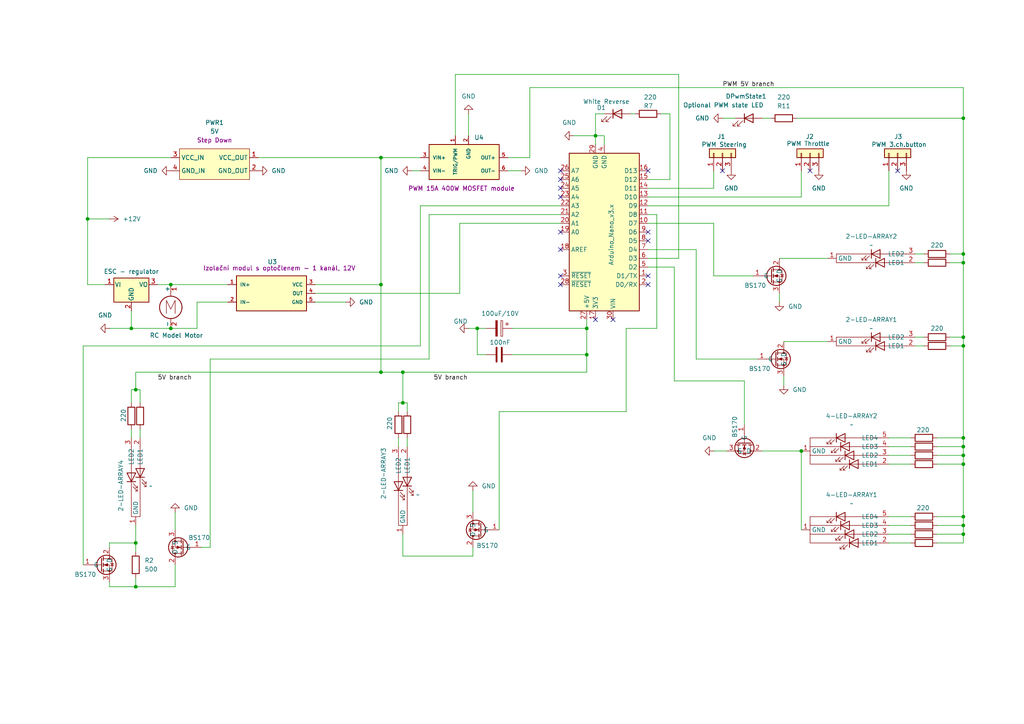
<source format=kicad_sch>
(kicad_sch (version 20231120) (generator "eeschema") (generator_version "8.0")
  (paper "A4")
  (lib_symbols
    (symbol "2xLed_XH-3A_2"
      (property "Reference" "D" (at -2.286 5.334 0))
      (property "Description" "2x LED Array" (at 5.588 5.334 0))
      (symbol "2xLed_XH-3A_2_0_1"
        (polyline (pts (xy 1.7945 1.7698) (xy 3.0645 3.0398)))
        (polyline (pts (xy 2.7332 1.7449) (xy 4.0032 3.0149)))
        (polyline (pts (xy 3.0645 -0.7702) (xy 4.3345 0.4998)))
        (polyline (pts (xy 3.0645 3.0398) (xy 2.5123 3.0399)))
        (polyline (pts (xy 3.0645 3.0398) (xy 3.0644 2.4325)))
        (polyline (pts (xy 4.0032 -0.7951) (xy 5.2732 0.4749)))
        (polyline (pts (xy 4.0032 3.0149) (xy 3.451 3.015)))
        (polyline (pts (xy 4.0032 3.0149) (xy 4.0031 2.4076)))
        (polyline (pts (xy 4.3345 0.4998) (xy 3.7823 0.4999)))
        (polyline (pts (xy 4.3345 0.4998) (xy 4.3344 -0.1075)))
        (polyline (pts (xy 5.2732 0.4749) (xy 4.721 0.475)))
        (polyline (pts (xy 5.2732 0.4749) (xy 5.2731 -0.1324)))
        (polyline (pts (xy -7.62 1.27) (xy 12.7 1.27) (xy 12.7 -1.27) (xy -7.62 -1.27)))
      )
      (symbol "2xLed_XH-3A_2_1_1"
        (polyline (pts (xy 1.27 2.54) (xy 1.27 0)) (stroke (width 0.2286)))
        (polyline (pts (xy 2.54 0) (xy 2.54 -2.54)) (stroke (width 0.2286)))
        (polyline (pts (xy -1.27 2.54) (xy -1.27 0) (xy 1.27 1.27) (xy -1.27 2.54)) (stroke (width 0.2286)))
        (polyline (pts (xy 0 0) (xy 0 -2.54) (xy 2.54 -1.27) (xy 0 0)) (stroke (width 0.2286)))
        (pin power_in line (at 15.24 0 180) (length 2.54) (name "GND") (number "1"))
        (pin input line (at -10.16 1.27 0) (length 2.54) (name "LED1") (number "2"))
        (pin input line (at -10.16 -1.27 0) (length 2.54) (name "LED2") (number "3"))
      )
    )
    (symbol "2xLed_XH-3A_3"
      (property "Reference" "D" (at -2.286 5.334 0))
      (property "Description" "2x LED Array" (at 5.588 5.334 0))
      (symbol "2xLed_XH-3A_3_0_1"
        (polyline (pts (xy 1.7945 1.7698) (xy 3.0645 3.0398)))
        (polyline (pts (xy 2.7332 1.7449) (xy 4.0032 3.0149)))
        (polyline (pts (xy 3.0645 -0.7702) (xy 4.3345 0.4998)))
        (polyline (pts (xy 3.0645 3.0398) (xy 2.5123 3.0399)))
        (polyline (pts (xy 3.0645 3.0398) (xy 3.0644 2.4325)))
        (polyline (pts (xy 4.0032 -0.7951) (xy 5.2732 0.4749)))
        (polyline (pts (xy 4.0032 3.0149) (xy 3.451 3.015)))
        (polyline (pts (xy 4.0032 3.0149) (xy 4.0031 2.4076)))
        (polyline (pts (xy 4.3345 0.4998) (xy 3.7823 0.4999)))
        (polyline (pts (xy 4.3345 0.4998) (xy 4.3344 -0.1075)))
        (polyline (pts (xy 5.2732 0.4749) (xy 4.721 0.475)))
        (polyline (pts (xy 5.2732 0.4749) (xy 5.2731 -0.1324)))
        (polyline (pts (xy -7.62 1.27) (xy 12.7 1.27) (xy 12.7 -1.27) (xy -7.62 -1.27)))
      )
      (symbol "2xLed_XH-3A_3_1_1"
        (polyline (pts (xy 1.27 2.54) (xy 1.27 0)) (stroke (width 0.2286)))
        (polyline (pts (xy 2.54 0) (xy 2.54 -2.54)) (stroke (width 0.2286)))
        (polyline (pts (xy -1.27 2.54) (xy -1.27 0) (xy 1.27 1.27) (xy -1.27 2.54)) (stroke (width 0.2286)))
        (polyline (pts (xy 0 0) (xy 0 -2.54) (xy 2.54 -1.27) (xy 0 0)) (stroke (width 0.2286)))
        (pin power_in line (at 15.24 0 180) (length 2.54) (name "GND") (number "1"))
        (pin input line (at -10.16 1.27 0) (length 2.54) (name "LED1") (number "2"))
        (pin input line (at -10.16 -1.27 0) (length 2.54) (name "LED2") (number "3"))
      )
    )
    (symbol "4xLed_XH-5A_1"
      (property "Reference" "D" (at 8.382 -1.016 0))
      (property "Description" "4x LED Array" (at 16.002 -1.016 0))
      (symbol "4xLed_XH-5A_1_0_1"
        (polyline (pts (xy 2.54 -8.89) (xy 22.86 -8.89)))
        (polyline (pts (xy 2.54 -6.35) (xy 22.86 -6.35)))
        (polyline (pts (xy 11.9545 -3.3102) (xy 13.2245 -2.0402)))
        (polyline (pts (xy 12.8932 -3.3351) (xy 14.1632 -2.0651)))
        (polyline (pts (xy 13.2245 -5.8502) (xy 14.4945 -4.5802)))
        (polyline (pts (xy 13.2245 -2.0402) (xy 12.6723 -2.0401)))
        (polyline (pts (xy 13.2245 -2.0402) (xy 13.2244 -2.6475)))
        (polyline (pts (xy 14.1632 -5.8751) (xy 15.4332 -4.6051)))
        (polyline (pts (xy 14.1632 -2.0651) (xy 13.611 -2.065)))
        (polyline (pts (xy 14.1632 -2.0651) (xy 14.1631 -2.6724)))
        (polyline (pts (xy 14.4945 -8.3902) (xy 15.7645 -7.1202)))
        (polyline (pts (xy 14.4945 -4.5802) (xy 13.9423 -4.5801)))
        (polyline (pts (xy 14.4945 -4.5802) (xy 14.4944 -5.1875)))
        (polyline (pts (xy 15.4332 -8.4151) (xy 16.7032 -7.1451)))
        (polyline (pts (xy 15.4332 -4.6051) (xy 14.881 -4.605)))
        (polyline (pts (xy 15.4332 -4.6051) (xy 15.4331 -5.2124)))
        (polyline (pts (xy 15.7645 -10.9302) (xy 17.0345 -9.6602)))
        (polyline (pts (xy 15.7645 -7.1202) (xy 15.2123 -7.1201)))
        (polyline (pts (xy 15.7645 -7.1202) (xy 15.7644 -7.7275)))
        (polyline (pts (xy 16.7032 -10.9551) (xy 17.9732 -9.6851)))
        (polyline (pts (xy 16.7032 -7.1451) (xy 16.151 -7.145)))
        (polyline (pts (xy 16.7032 -7.1451) (xy 16.7031 -7.7524)))
        (polyline (pts (xy 17.0345 -9.6602) (xy 16.4823 -9.6601)))
        (polyline (pts (xy 17.0345 -9.6602) (xy 17.0344 -10.2675)))
        (polyline (pts (xy 17.9732 -9.6851) (xy 17.421 -9.685)))
        (polyline (pts (xy 17.9732 -9.6851) (xy 17.9731 -10.2924)))
        (polyline (pts (xy 2.54 -3.81) (xy 22.86 -3.81) (xy 22.86 -11.43) (xy 2.54 -11.43)))
      )
      (symbol "4xLed_XH-5A_1_1_1"
        (polyline (pts (xy 11.43 -2.54) (xy 11.43 -5.08)) (stroke (width 0.2286)))
        (polyline (pts (xy 12.7 -5.08) (xy 12.7 -7.62)) (stroke (width 0.2286)))
        (polyline (pts (xy 13.97 -7.62) (xy 13.97 -10.16)) (stroke (width 0.2286)))
        (polyline (pts (xy 15.24 -10.16) (xy 15.24 -12.7)) (stroke (width 0.2286)))
        (polyline (pts (xy 8.89 -2.54) (xy 8.89 -5.08) (xy 11.43 -3.81) (xy 8.89 -2.54)) (stroke (width 0.2286)))
        (polyline (pts (xy 10.16 -5.08) (xy 10.16 -7.62) (xy 12.7 -6.35) (xy 10.16 -5.08)) (stroke (width 0.2286)))
        (polyline (pts (xy 11.43 -7.62) (xy 11.43 -10.16) (xy 13.97 -8.89) (xy 11.43 -7.62)) (stroke (width 0.2286)))
        (polyline (pts (xy 12.7 -10.16) (xy 12.7 -12.7) (xy 15.24 -11.43) (xy 12.7 -10.16)) (stroke (width 0.2286)))
        (pin power_in line (at 25.4 -7.62 180) (length 2.54) (name "GND") (number "1"))
        (pin input line (at 0 -3.81 0) (length 2.54) (name "LED1") (number "2"))
        (pin input line (at 0 -6.35 0) (length 2.54) (name "LED2") (number "3"))
        (pin input line (at 0 -8.89 0) (length 2.54) (name "LED3") (number "4"))
        (pin input line (at 0 -11.43 0) (length 2.54) (name "LED4") (number "5"))
      )
    )
    (symbol "Connector_Generic:Conn_01x03" (pin_names (offset 1.016) hide)
      (property "Reference" "J" (at 0 5.08 0))
      (property "Value" "Conn_01x03" (at 0 -5.08 0))
      (symbol "Conn_01x03_1_1"
        (rectangle (start -1.27 -2.413) (end 0 -2.667) (stroke (width 0.1524)))
        (rectangle (start -1.27 0.127) (end 0 -0.127) (stroke (width 0.1524)))
        (rectangle (start -1.27 2.667) (end 0 2.413) (stroke (width 0.1524)))
        (rectangle (start -1.27 3.81) (end 1.27 -3.81) (stroke (width 0.254)) (fill (type background)))
        (pin passive line (at -5.08 2.54 0) (length 3.81) (name "Pin_1") (number "1"))
        (pin passive line (at -5.08 0 0) (length 3.81) (name "Pin_2") (number "2"))
        (pin passive line (at -5.08 -2.54 0) (length 3.81) (name "Pin_3") (number "3"))
      )
    )
    (symbol "Device:C" (pin_numbers hide) (pin_names (offset 0.254))
      (property "Reference" "C" (at 0.635 2.54 0))
      (property "Value" "C" (at 0.635 -2.54 0))
      (symbol "C_0_1"
        (polyline (pts (xy -2.032 -0.762) (xy 2.032 -0.762)) (stroke (width 0.508)))
        (polyline (pts (xy -2.032 0.762) (xy 2.032 0.762)) (stroke (width 0.508)))
      )
      (symbol "C_1_1"
        (pin passive line (at 0 3.81 270) (length 2.794) (name "~") (number "1"))
        (pin passive line (at 0 -3.81 90) (length 2.794) (name "~") (number "2"))
      )
    )
    (symbol "Device:C_Polarized" (pin_numbers hide) (pin_names (offset 0.254))
      (property "Reference" "C" (at 0.635 2.54 0))
      (property "Value" "C_Polarized" (at 0.635 -2.54 0))
      (symbol "C_Polarized_0_1"
        (rectangle (start -2.286 0.508) (end 2.286 1.016))
        (polyline (pts (xy -1.778 2.286) (xy -0.762 2.286)))
        (polyline (pts (xy -1.27 2.794) (xy -1.27 1.778)))
        (rectangle (start 2.286 -0.508) (end -2.286 -1.016) (fill (type outline)))
      )
      (symbol "C_Polarized_1_1"
        (pin passive line (at 0 3.81 270) (length 2.794) (name "~") (number "1"))
        (pin passive line (at 0 -3.81 90) (length 2.794) (name "~") (number "2"))
      )
    )
    (symbol "Device:LED" (pin_numbers hide) (pin_names (offset 1.016) hide)
      (property "Reference" "D" (at 0 2.54 0))
      (property "Value" "LED" (at 0 -2.54 0))
      (symbol "LED_0_1"
        (polyline (pts (xy -1.27 -1.27) (xy -1.27 1.27)) (stroke (width 0.254)))
        (polyline (pts (xy -1.27 0) (xy 1.27 0)))
        (polyline (pts (xy 1.27 -1.27) (xy 1.27 1.27) (xy -1.27 0) (xy 1.27 -1.27)) (stroke (width 0.254)))
        (polyline (pts (xy -3.048 -0.762) (xy -4.572 -2.286) (xy -3.81 -2.286) (xy -4.572 -2.286) (xy -4.572 -1.524)))
        (polyline (pts (xy -1.778 -0.762) (xy -3.302 -2.286) (xy -2.54 -2.286) (xy -3.302 -2.286) (xy -3.302 -1.524)))
      )
      (symbol "LED_1_1"
        (pin passive line (at -3.81 0 0) (length 2.54) (name "K") (number "1"))
        (pin passive line (at 3.81 0 180) (length 2.54) (name "A") (number "2"))
      )
    )
    (symbol "Device:R" (pin_numbers hide) (pin_names (offset 0))
      (property "Reference" "R" (at 2.032 0 90))
      (property "Value" "R" (at 0 0 90))
      (symbol "R_0_1"
        (rectangle (start -1.016 -2.54) (end 1.016 2.54) (stroke (width 0.254)))
      )
      (symbol "R_1_1"
        (pin passive line (at 0 3.81 270) (length 1.27) (name "~") (number "1"))
        (pin passive line (at 0 -3.81 90) (length 1.27) (name "~") (number "2"))
      )
    )
    (symbol "MCU_Module:Arduino_Nano_v3.x"
      (property "Reference" "A" (at -10.16 23.495 0))
      (property "Value" "Arduino_Nano_v3.x" (at 5.08 -24.13 0))
      (symbol "Arduino_Nano_v3.x_0_1"
        (rectangle (start -10.16 22.86) (end 10.16 -22.86) (stroke (width 0.254)) (fill (type background)))
      )
      (symbol "Arduino_Nano_v3.x_1_1"
        (pin bidirectional line (at -12.7 12.7 0) (length 2.54) (name "D1/TX") (number "1"))
        (pin bidirectional line (at -12.7 -2.54 0) (length 2.54) (name "D7") (number "10"))
        (pin bidirectional line (at -12.7 -5.08 0) (length 2.54) (name "D8") (number "11"))
        (pin bidirectional line (at -12.7 -7.62 0) (length 2.54) (name "D9") (number "12"))
        (pin bidirectional line (at -12.7 -10.16 0) (length 2.54) (name "D10") (number "13"))
        (pin bidirectional line (at -12.7 -12.7 0) (length 2.54) (name "D11") (number "14"))
        (pin bidirectional line (at -12.7 -15.24 0) (length 2.54) (name "D12") (number "15"))
        (pin bidirectional line (at -12.7 -17.78 0) (length 2.54) (name "D13") (number "16"))
        (pin power_out line (at 2.54 25.4 270) (length 2.54) (name "3V3") (number "17"))
        (pin input line (at 12.7 5.08 180) (length 2.54) (name "AREF") (number "18"))
        (pin bidirectional line (at 12.7 0 180) (length 2.54) (name "A0") (number "19"))
        (pin bidirectional line (at -12.7 15.24 0) (length 2.54) (name "D0/RX") (number "2"))
        (pin bidirectional line (at 12.7 -2.54 180) (length 2.54) (name "A1") (number "20"))
        (pin bidirectional line (at 12.7 -5.08 180) (length 2.54) (name "A2") (number "21"))
        (pin bidirectional line (at 12.7 -7.62 180) (length 2.54) (name "A3") (number "22"))
        (pin bidirectional line (at 12.7 -10.16 180) (length 2.54) (name "A4") (number "23"))
        (pin bidirectional line (at 12.7 -12.7 180) (length 2.54) (name "A5") (number "24"))
        (pin bidirectional line (at 12.7 -15.24 180) (length 2.54) (name "A6") (number "25"))
        (pin bidirectional line (at 12.7 -17.78 180) (length 2.54) (name "A7") (number "26"))
        (pin power_out line (at 5.08 25.4 270) (length 2.54) (name "+5V") (number "27"))
        (pin input line (at 12.7 15.24 180) (length 2.54) (name "~{RESET}") (number "28"))
        (pin power_in line (at 2.54 -25.4 90) (length 2.54) (name "GND") (number "29"))
        (pin input line (at 12.7 12.7 180) (length 2.54) (name "~{RESET}") (number "3"))
        (pin power_in line (at -2.54 25.4 270) (length 2.54) (name "VIN") (number "30"))
        (pin power_in line (at 0 -25.4 90) (length 2.54) (name "GND") (number "4"))
        (pin bidirectional line (at -12.7 10.16 0) (length 2.54) (name "D2") (number "5"))
        (pin bidirectional line (at -12.7 7.62 0) (length 2.54) (name "D3") (number "6"))
        (pin bidirectional line (at -12.7 5.08 0) (length 2.54) (name "D4") (number "7"))
        (pin bidirectional line (at -12.7 2.54 0) (length 2.54) (name "D5") (number "8"))
        (pin bidirectional line (at -12.7 0 0) (length 2.54) (name "D6") (number "9"))
      )
    )
    (symbol "Motor:Motor_DC" (pin_names (offset 0))
      (property "Reference" "M" (at 2.54 2.54 0))
      (property "Value" "Motor_DC" (at 2.54 -5.08 0))
      (symbol "Motor_DC_0_0"
        (polyline (pts (xy -1.27 -3.302) (xy -1.27 0.508) (xy 0 -2.032) (xy 1.27 0.508) (xy 1.27 -3.302)))
      )
      (symbol "Motor_DC_0_1"
        (circle (center 0 -1.524) (radius 3.2512) (stroke (width 0.254)))
        (polyline (pts (xy 0 -7.62) (xy 0 -7.112)))
        (polyline (pts (xy 0 -4.7752) (xy 0 -5.1816)))
        (polyline (pts (xy 0 1.7272) (xy 0 2.0828)))
        (polyline (pts (xy 0 2.032) (xy 0 2.54)))
      )
      (symbol "Motor_DC_1_1"
        (pin passive line (at 0 5.08 270) (length 2.54) (name "+") (number "1"))
        (pin passive line (at 0 -7.62 90) (length 2.54) (name "-") (number "2"))
      )
    )
    (symbol "Regulator_Linear:LM2936-3.0" (pin_names (offset 0.254))
      (property "Reference" "U" (at -3.81 3.175 0))
      (property "Value" "LM2936-3.0" (at 0 3.175 0))
      (symbol "LM2936-3.0_0_1"
        (rectangle (start -5.08 1.905) (end 5.08 -5.08) (stroke (width 0.254)) (fill (type background)))
      )
      (symbol "LM2936-3.0_1_1"
        (pin power_in line (at -7.62 0 0) (length 2.54) (name "VI") (number "1"))
        (pin power_in line (at 0 -7.62 90) (length 2.54) (name "GND") (number "2"))
        (pin power_out line (at 7.62 0 180) (length 2.54) (name "VO") (number "3"))
      )
    )
    (symbol "T815-DKR-86:2xLed_XH-3A"
      (property "Reference" "D" (at -2.286 5.334 0))
      (property "Description" "2x LED Array" (at 5.588 5.334 0))
      (symbol "2xLed_XH-3A_0_1"
        (polyline (pts (xy 1.7945 1.7698) (xy 3.0645 3.0398)))
        (polyline (pts (xy 2.7332 1.7449) (xy 4.0032 3.0149)))
        (polyline (pts (xy 3.0645 -0.7702) (xy 4.3345 0.4998)))
        (polyline (pts (xy 3.0645 3.0398) (xy 2.5123 3.0399)))
        (polyline (pts (xy 3.0645 3.0398) (xy 3.0644 2.4325)))
        (polyline (pts (xy 4.0032 -0.7951) (xy 5.2732 0.4749)))
        (polyline (pts (xy 4.0032 3.0149) (xy 3.451 3.015)))
        (polyline (pts (xy 4.0032 3.0149) (xy 4.0031 2.4076)))
        (polyline (pts (xy 4.3345 0.4998) (xy 3.7823 0.4999)))
        (polyline (pts (xy 4.3345 0.4998) (xy 4.3344 -0.1075)))
        (polyline (pts (xy 5.2732 0.4749) (xy 4.721 0.475)))
        (polyline (pts (xy 5.2732 0.4749) (xy 5.2731 -0.1324)))
        (polyline (pts (xy -7.62 1.27) (xy 12.7 1.27) (xy 12.7 -1.27) (xy -7.62 -1.27)))
      )
      (symbol "2xLed_XH-3A_1_1"
        (polyline (pts (xy 1.27 2.54) (xy 1.27 0)) (stroke (width 0.2286)))
        (polyline (pts (xy 2.54 0) (xy 2.54 -2.54)) (stroke (width 0.2286)))
        (polyline (pts (xy -1.27 2.54) (xy -1.27 0) (xy 1.27 1.27) (xy -1.27 2.54)) (stroke (width 0.2286)))
        (polyline (pts (xy 0 0) (xy 0 -2.54) (xy 2.54 -1.27) (xy 0 0)) (stroke (width 0.2286)))
        (pin power_in line (at 15.24 0 180) (length 2.54) (name "GND") (number "1"))
        (pin input line (at -10.16 1.27 0) (length 2.54) (name "LED1") (number "2"))
        (pin input line (at -10.16 -1.27 0) (length 2.54) (name "LED2") (number "3"))
      )
    )
    (symbol "T815-DKR-86:4xLed_XH-5A"
      (property "Reference" "D" (at 8.382 -1.016 0))
      (property "Description" "4x LED Array" (at 16.002 -1.016 0))
      (symbol "4xLed_XH-5A_0_1"
        (polyline (pts (xy 2.54 -8.89) (xy 22.86 -8.89)))
        (polyline (pts (xy 2.54 -6.35) (xy 22.86 -6.35)))
        (polyline (pts (xy 11.9545 -3.3102) (xy 13.2245 -2.0402)))
        (polyline (pts (xy 12.8932 -3.3351) (xy 14.1632 -2.0651)))
        (polyline (pts (xy 13.2245 -5.8502) (xy 14.4945 -4.5802)))
        (polyline (pts (xy 13.2245 -2.0402) (xy 12.6723 -2.0401)))
        (polyline (pts (xy 13.2245 -2.0402) (xy 13.2244 -2.6475)))
        (polyline (pts (xy 14.1632 -5.8751) (xy 15.4332 -4.6051)))
        (polyline (pts (xy 14.1632 -2.0651) (xy 13.611 -2.065)))
        (polyline (pts (xy 14.1632 -2.0651) (xy 14.1631 -2.6724)))
        (polyline (pts (xy 14.4945 -8.3902) (xy 15.7645 -7.1202)))
        (polyline (pts (xy 14.4945 -4.5802) (xy 13.9423 -4.5801)))
        (polyline (pts (xy 14.4945 -4.5802) (xy 14.4944 -5.1875)))
        (polyline (pts (xy 15.4332 -8.4151) (xy 16.7032 -7.1451)))
        (polyline (pts (xy 15.4332 -4.6051) (xy 14.881 -4.605)))
        (polyline (pts (xy 15.4332 -4.6051) (xy 15.4331 -5.2124)))
        (polyline (pts (xy 15.7645 -10.9302) (xy 17.0345 -9.6602)))
        (polyline (pts (xy 15.7645 -7.1202) (xy 15.2123 -7.1201)))
        (polyline (pts (xy 15.7645 -7.1202) (xy 15.7644 -7.7275)))
        (polyline (pts (xy 16.7032 -10.9551) (xy 17.9732 -9.6851)))
        (polyline (pts (xy 16.7032 -7.1451) (xy 16.151 -7.145)))
        (polyline (pts (xy 16.7032 -7.1451) (xy 16.7031 -7.7524)))
        (polyline (pts (xy 17.0345 -9.6602) (xy 16.4823 -9.6601)))
        (polyline (pts (xy 17.0345 -9.6602) (xy 17.0344 -10.2675)))
        (polyline (pts (xy 17.9732 -9.6851) (xy 17.421 -9.685)))
        (polyline (pts (xy 17.9732 -9.6851) (xy 17.9731 -10.2924)))
        (polyline (pts (xy 2.54 -3.81) (xy 22.86 -3.81) (xy 22.86 -11.43) (xy 2.54 -11.43)))
      )
      (symbol "4xLed_XH-5A_1_1"
        (polyline (pts (xy 11.43 -2.54) (xy 11.43 -5.08)) (stroke (width 0.2286)))
        (polyline (pts (xy 12.7 -5.08) (xy 12.7 -7.62)) (stroke (width 0.2286)))
        (polyline (pts (xy 13.97 -7.62) (xy 13.97 -10.16)) (stroke (width 0.2286)))
        (polyline (pts (xy 15.24 -10.16) (xy 15.24 -12.7)) (stroke (width 0.2286)))
        (polyline (pts (xy 8.89 -2.54) (xy 8.89 -5.08) (xy 11.43 -3.81) (xy 8.89 -2.54)) (stroke (width 0.2286)))
        (polyline (pts (xy 10.16 -5.08) (xy 10.16 -7.62) (xy 12.7 -6.35) (xy 10.16 -5.08)) (stroke (width 0.2286)))
        (polyline (pts (xy 11.43 -7.62) (xy 11.43 -10.16) (xy 13.97 -8.89) (xy 11.43 -7.62)) (stroke (width 0.2286)))
        (polyline (pts (xy 12.7 -10.16) (xy 12.7 -12.7) (xy 15.24 -11.43) (xy 12.7 -10.16)) (stroke (width 0.2286)))
        (pin power_in line (at 25.4 -7.62 180) (length 2.54) (name "GND") (number "1"))
        (pin input line (at 0 -3.81 0) (length 2.54) (name "LED1") (number "2"))
        (pin input line (at 0 -6.35 0) (length 2.54) (name "LED2") (number "3"))
        (pin input line (at 0 -8.89 0) (length 2.54) (name "LED3") (number "4"))
        (pin input line (at 0 -11.43 0) (length 2.54) (name "LED4") (number "5"))
      )
    )
    (symbol "T815-DKR-86:Optocoupler_Module" (pin_names (offset 1.016))
      (property "Reference" "OC" (at -7.112 12.446 0))
      (property "Description" "Izolační modul s optočlenem - 1 kanál, 12V" (at 2.54 8.89 0))
      (symbol "Optocoupler_Module_0_0"
        (rectangle (start -10.16 5.08) (end 10.16 -5.08) (stroke (width 0.254)) (fill (type background)))
        (pin input line (at -12.7 2.54 0) (length 2.54) (name "IN+") (number "1"))
        (pin input line (at -12.7 -2.54 0) (length 2.54) (name "IN-") (number "2"))
      )
      (symbol "Optocoupler_Module_1_0"
        (pin power_out line (at 12.7 2.54 180) (length 2.54) (name "VCC") (number "3"))
        (pin power_out line (at 12.7 0 180) (length 2.54) (name "OUT") (number "4"))
        (pin power_out line (at 12.7 -2.54 180) (length 2.54) (name "GND") (number "5"))
      )
    )
    (symbol "T815-DKR-86:PWM_MOSFET_Module" (pin_names (offset 1.016))
      (property "Reference" "Q" (at -8.128 18.288 0))
      (property "Description" "PWM 15A 400W MOSFET module" (at -0.254 14.732 0))
      (symbol "PWM_MOSFET_Module_0_0"
        (rectangle (start -10.16 3.81) (end 10.16 -6.35) (stroke (width 0.254)) (fill (type background)))
        (pin input line (at -2.54 6.35 270) (length 2.54) (name "TRIG/PWM") (number "1"))
        (pin power_in line (at 1.27 6.35 270) (length 2.54) (name "GND") (number "2"))
        (pin power_in line (at -12.7 0 0) (length 2.54) (name "VIN+") (number "3"))
        (pin power_in line (at -12.7 -3.81 0) (length 2.54) (name "VIN-") (number "4"))
        (pin power_out line (at 12.7 -3.81 180) (length 2.54) (name "OUT-") (number "6"))
      )
      (symbol "PWM_MOSFET_Module_1_0"
        (pin power_out line (at 12.7 0 180) (length 2.54) (name "OUT+") (number "5"))
      )
    )
    (symbol "T815-DKR-86:Step_Down"
      (property "Reference" "U" (at -4.064 9.398 0))
      (property "Value" "12V to 5V" (at 2.54 9.398 0))
      (property "Description" "Step Down" (at 0 6.096 0))
      (symbol "Step_Down_1_1"
        (rectangle (start -10.16 3.81) (end 10.16 -5.08) (fill (type background)))
        (pin power_in line (at 12.7 1.27 180) (length 2.54) (name "VCC_OUT") (number "1"))
        (pin power_in line (at 12.7 -2.54 180) (length 2.54) (name "GND_OUT") (number "2"))
        (pin power_in line (at -12.7 1.27 0) (length 2.54) (name "VCC_IN") (number "3"))
        (pin power_in line (at -12.7 -2.54 0) (length 2.54) (name "GND_IN") (number "4"))
      )
    )
    (symbol "Transistor_FET:IRLZ44N"
      (property "Reference" "Q" (at 5.08 1.905 0))
      (property "Value" "IRLZ44N" (at 5.08 0 0))
      (symbol "IRLZ44N_0_1"
        (polyline (pts (xy 0.254 0) (xy -2.54 0)))
        (polyline (pts (xy 0.254 1.905) (xy 0.254 -1.905)) (stroke (width 0.254)))
        (polyline (pts (xy 0.762 -1.27) (xy 0.762 -2.286)) (stroke (width 0.254)))
        (polyline (pts (xy 0.762 0.508) (xy 0.762 -0.508)) (stroke (width 0.254)))
        (polyline (pts (xy 0.762 2.286) (xy 0.762 1.27)) (stroke (width 0.254)))
        (polyline (pts (xy 2.54 2.54) (xy 2.54 1.778)))
        (polyline (pts (xy 2.54 -2.54) (xy 2.54 0) (xy 0.762 0)))
        (polyline (pts (xy 0.762 -1.778) (xy 3.302 -1.778) (xy 3.302 1.778) (xy 0.762 1.778)))
        (polyline (pts (xy 1.016 0) (xy 2.032 0.381) (xy 2.032 -0.381) (xy 1.016 0)) (fill (type outline)))
        (polyline (pts (xy 2.794 0.508) (xy 2.921 0.381) (xy 3.683 0.381) (xy 3.81 0.254)))
        (polyline (pts (xy 3.302 0.381) (xy 2.921 -0.254) (xy 3.683 -0.254) (xy 3.302 0.381)))
        (circle (center 1.651 0) (radius 2.794) (stroke (width 0.254)))
        (circle (center 2.54 -1.778) (radius 0.254) (fill (type outline)))
        (circle (center 2.54 1.778) (radius 0.254) (fill (type outline)))
      )
      (symbol "IRLZ44N_1_1"
        (pin input line (at -5.08 0 0) (length 2.54) (name "G") (number "1"))
        (pin passive line (at 2.54 5.08 270) (length 2.54) (name "D") (number "2"))
        (pin passive line (at 2.54 -5.08 90) (length 2.54) (name "S") (number "3"))
      )
    )
    (symbol "power:+12V" (power) (pin_numbers hide) (pin_names (offset 0) hide)
      (property "Value" "+12V" (at 0 3.556 0))
      (symbol "+12V_0_1"
        (polyline (pts (xy -0.762 1.27) (xy 0 2.54)))
        (polyline (pts (xy 0 0) (xy 0 2.54)))
        (polyline (pts (xy 0 2.54) (xy 0.762 1.27)))
      )
      (symbol "+12V_1_1"
        (pin power_in line (at 0 0 90) (length 0) (name "~") (number "1"))
      )
    )
    (symbol "power:GND" (power) (pin_numbers hide) (pin_names (offset 0) hide)
      (property "Value" "GND" (at 0 -3.81 0))
      (symbol "GND_0_1"
        (polyline (pts (xy 0 0) (xy 0 -1.27) (xy 1.27 -1.27) (xy 0 -2.54) (xy -1.27 -1.27) (xy 0 -1.27)))
      )
      (symbol "GND_1_1"
        (pin power_in line (at 0 0 270) (length 0) (name "~") (number "1"))
      )
    )
  )
  (junction (at 279.4 97.79))
  (junction (at 39.37 170.18))
  (junction (at 279.4 127))
  (junction (at 110.49 107.95))
  (junction (at 138.43 95.25))
  (junction (at 110.49 45.72))
  (junction (at 279.4 154.94))
  (junction (at 279.4 134.62))
  (junction (at 170.18 95.25))
  (junction (at 232.41 130.81))
  (junction (at 116.84 107.95))
  (junction (at 279.4 76.2))
  (junction (at 110.49 82.55))
  (junction (at 279.4 149.86))
  (junction (at 49.53 82.55))
  (junction (at 172.72 39.37))
  (junction (at 39.37 113.03))
  (junction (at 170.18 102.87))
  (junction (at 279.4 152.4))
  (junction (at 38.1 95.25))
  (junction (at 279.4 132.08))
  (junction (at 49.53 95.25))
  (junction (at 279.4 34.29))
  (junction (at 39.37 157.48))
  (junction (at 279.4 100.33))
  (junction (at 279.4 73.66))
  (junction (at 116.84 116.84))
  (junction (at 25.4 63.5))
  (junction (at 279.4 129.54))
  (no_connect (at 234.95 49.53))
  (no_connect (at 162.56 49.53))
  (no_connect (at 162.56 52.07))
  (no_connect (at 162.56 72.39))
  (no_connect (at 260.35 49.53))
  (no_connect (at 187.96 49.53))
  (no_connect (at 162.56 67.31))
  (no_connect (at 162.56 54.61))
  (no_connect (at 162.56 80.01))
  (no_connect (at 187.96 80.01))
  (no_connect (at 187.96 82.55))
  (no_connect (at 209.55 49.53))
  (no_connect (at 187.96 67.31))
  (no_connect (at 162.56 57.15))
  (no_connect (at 177.8 92.71))
  (no_connect (at 162.56 82.55))
  (no_connect (at 172.72 92.71))
  (no_connect (at 187.96 69.85))
  (wire (pts (xy 184.15 33.02) (xy 182.88 33.02)))
  (wire (pts (xy 275.59 97.79) (xy 279.4 97.79)))
  (wire (pts (xy 271.78 129.54) (xy 279.4 129.54)))
  (wire (pts (xy 279.4 73.66) (xy 279.4 76.2)))
  (wire (pts (xy 31.75 63.5) (xy 25.4 63.5)))
  (wire (pts (xy 271.78 127) (xy 279.4 127)))
  (wire (pts (xy 196.85 74.93) (xy 196.85 21.59)))
  (wire (pts (xy 115.57 119.38) (xy 115.57 116.84)))
  (wire (pts (xy 271.78 149.86) (xy 279.4 149.86)))
  (wire (pts (xy 39.37 167.64) (xy 39.37 170.18)))
  (wire (pts (xy 187.96 57.15) (xy 232.41 57.15)))
  (wire (pts (xy 66.04 87.63) (xy 57.15 87.63)))
  (wire (pts (xy 45.72 82.55) (xy 49.53 82.55)))
  (wire (pts (xy 265.43 76.2) (xy 267.97 76.2)))
  (wire (pts (xy 207.01 80.01) (xy 218.44 80.01)))
  (wire (pts (xy 110.49 107.95) (xy 116.84 107.95)))
  (wire (pts (xy 25.4 45.72) (xy 25.4 63.5)))
  (wire (pts (xy 118.11 116.84) (xy 116.84 116.84)))
  (wire (pts (xy 271.78 154.94) (xy 279.4 154.94)))
  (wire (pts (xy 172.72 39.37) (xy 172.72 41.91)))
  (wire (pts (xy 31.75 157.48) (xy 39.37 157.48)))
  (wire (pts (xy 137.16 158.75) (xy 137.16 161.29)))
  (wire (pts (xy 264.16 154.94) (xy 257.81 154.94)))
  (wire (pts (xy 110.49 82.55) (xy 110.49 107.95)))
  (wire (pts (xy 132.08 21.59) (xy 132.08 39.37)))
  (wire (pts (xy 187.96 77.47) (xy 195.58 77.47)))
  (wire (pts (xy 201.93 72.39) (xy 201.93 104.14)))
  (wire (pts (xy 166.37 39.37) (xy 172.72 39.37)))
  (wire (pts (xy 57.15 87.63) (xy 57.15 95.25)))
  (wire (pts (xy 226.06 85.09) (xy 226.06 87.63)))
  (wire (pts (xy 116.84 107.95) (xy 116.84 116.84)))
  (wire (pts (xy 271.78 152.4) (xy 279.4 152.4)))
  (wire (pts (xy 190.5 62.23) (xy 190.5 95.25)))
  (wire (pts (xy 279.4 127) (xy 279.4 129.54)))
  (wire (pts (xy 124.46 104.14) (xy 60.96 104.14)))
  (wire (pts (xy 40.64 113.03) (xy 40.64 116.84)))
  (wire (pts (xy 232.41 130.81) (xy 232.41 153.67)))
  (wire (pts (xy 39.37 157.48) (xy 39.37 160.02)))
  (wire (pts (xy 118.11 119.38) (xy 118.11 116.84)))
  (wire (pts (xy 279.4 25.4) (xy 279.4 34.29)))
  (wire (pts (xy 207.01 64.77) (xy 187.96 64.77)))
  (wire (pts (xy 201.93 104.14) (xy 219.71 104.14)))
  (wire (pts (xy 215.9 110.49) (xy 215.9 123.19)))
  (wire (pts (xy 135.89 39.37) (xy 135.89 33.02)))
  (wire (pts (xy 74.93 45.72) (xy 110.49 45.72)))
  (wire (pts (xy 137.16 142.24) (xy 137.16 148.59)))
  (wire (pts (xy 265.43 97.79) (xy 267.97 97.79)))
  (wire (pts (xy 227.33 109.22) (xy 227.33 111.76)))
  (wire (pts (xy 57.15 95.25) (xy 49.53 95.25)))
  (wire (pts (xy 144.78 119.38) (xy 144.78 153.67)))
  (wire (pts (xy 60.96 104.14) (xy 60.96 158.75)))
  (wire (pts (xy 265.43 73.66) (xy 267.97 73.66)))
  (wire (pts (xy 119.38 49.53) (xy 121.92 49.53)))
  (wire (pts (xy 264.16 134.62) (xy 257.81 134.62)))
  (wire (pts (xy 279.4 134.62) (xy 279.4 149.86)))
  (wire (pts (xy 31.75 168.91) (xy 31.75 170.18)))
  (wire (pts (xy 133.35 64.77) (xy 162.56 64.77)))
  (wire (pts (xy 110.49 45.72) (xy 121.92 45.72)))
  (wire (pts (xy 49.53 95.25) (xy 38.1 95.25)))
  (wire (pts (xy 60.96 158.75) (xy 58.42 158.75)))
  (wire (pts (xy 196.85 21.59) (xy 132.08 21.59)))
  (wire (pts (xy 194.31 33.02) (xy 191.77 33.02)))
  (wire (pts (xy 162.56 62.23) (xy 124.46 62.23)))
  (wire (pts (xy 31.75 170.18) (xy 39.37 170.18)))
  (wire (pts (xy 271.78 134.62) (xy 279.4 134.62)))
  (wire (pts (xy 279.4 34.29) (xy 279.4 73.66)))
  (wire (pts (xy 279.4 129.54) (xy 279.4 132.08)))
  (wire (pts (xy 187.96 54.61) (xy 207.01 54.61)))
  (wire (pts (xy 115.57 127) (xy 115.57 129.54)))
  (wire (pts (xy 187.96 59.69) (xy 257.81 59.69)))
  (wire (pts (xy 195.58 110.49) (xy 195.58 77.47)))
  (wire (pts (xy 39.37 113.03) (xy 40.64 113.03)))
  (wire (pts (xy 232.41 49.53) (xy 232.41 57.15)))
  (wire (pts (xy 227.33 99.06) (xy 240.03 99.06)))
  (wire (pts (xy 110.49 45.72) (xy 110.49 82.55)))
  (wire (pts (xy 148.59 102.87) (xy 170.18 102.87)))
  (wire (pts (xy 194.31 33.02) (xy 194.31 52.07)))
  (wire (pts (xy 264.16 149.86) (xy 257.81 149.86)))
  (wire (pts (xy 279.4 154.94) (xy 279.4 157.48)))
  (wire (pts (xy 223.52 34.29) (xy 220.98 34.29)))
  (wire (pts (xy 279.4 100.33) (xy 279.4 127)))
  (wire (pts (xy 215.9 110.49) (xy 195.58 110.49)))
  (wire (pts (xy 31.75 95.25) (xy 38.1 95.25)))
  (wire (pts (xy 147.32 49.53) (xy 151.13 49.53)))
  (wire (pts (xy 257.81 49.53) (xy 257.81 59.69)))
  (wire (pts (xy 124.46 62.23) (xy 124.46 104.14)))
  (wire (pts (xy 265.43 100.33) (xy 267.97 100.33)))
  (wire (pts (xy 91.44 85.09) (xy 133.35 85.09)))
  (wire (pts (xy 25.4 63.5) (xy 25.4 82.55)))
  (wire (pts (xy 116.84 107.95) (xy 170.18 107.95)))
  (wire (pts (xy 264.16 129.54) (xy 257.81 129.54)))
  (wire (pts (xy 172.72 39.37) (xy 175.26 39.37)))
  (wire (pts (xy 148.59 95.25) (xy 170.18 95.25)))
  (wire (pts (xy 137.16 161.29) (xy 116.84 161.29)))
  (wire (pts (xy 275.59 76.2) (xy 279.4 76.2)))
  (wire (pts (xy 91.44 87.63) (xy 100.33 87.63)))
  (wire (pts (xy 181.61 119.38) (xy 144.78 119.38)))
  (wire (pts (xy 264.16 152.4) (xy 257.81 152.4)))
  (wire (pts (xy 172.72 33.02) (xy 172.72 39.37)))
  (wire (pts (xy 275.59 73.66) (xy 279.4 73.66)))
  (wire (pts (xy 39.37 107.95) (xy 110.49 107.95)))
  (wire (pts (xy 50.8 148.59) (xy 50.8 153.67)))
  (wire (pts (xy 275.59 100.33) (xy 279.4 100.33)))
  (wire (pts (xy 24.13 100.33) (xy 24.13 163.83)))
  (wire (pts (xy 201.93 72.39) (xy 187.96 72.39)))
  (wire (pts (xy 170.18 95.25) (xy 170.18 102.87)))
  (wire (pts (xy 187.96 62.23) (xy 190.5 62.23)))
  (wire (pts (xy 264.16 157.48) (xy 257.81 157.48)))
  (wire (pts (xy 25.4 45.72) (xy 49.53 45.72)))
  (wire (pts (xy 175.26 41.91) (xy 175.26 39.37)))
  (wire (pts (xy 220.98 130.81) (xy 232.41 130.81)))
  (wire (pts (xy 170.18 92.71) (xy 170.18 95.25)))
  (wire (pts (xy 226.06 74.93) (xy 240.03 74.93)))
  (wire (pts (xy 135.89 95.25) (xy 138.43 95.25)))
  (wire (pts (xy 175.26 33.02) (xy 172.72 33.02)))
  (wire (pts (xy 50.8 163.83) (xy 50.8 170.18)))
  (wire (pts (xy 207.01 80.01) (xy 207.01 64.77)))
  (wire (pts (xy 38.1 116.84) (xy 38.1 113.03)))
  (wire (pts (xy 116.84 116.84) (xy 115.57 116.84)))
  (wire (pts (xy 38.1 90.17) (xy 38.1 95.25)))
  (wire (pts (xy 40.64 124.46) (xy 40.64 127)))
  (wire (pts (xy 24.13 100.33) (xy 121.92 100.33)))
  (wire (pts (xy 271.78 132.08) (xy 279.4 132.08)))
  (wire (pts (xy 39.37 152.4) (xy 39.37 157.48)))
  (wire (pts (xy 279.4 152.4) (xy 279.4 154.94)))
  (wire (pts (xy 264.16 127) (xy 257.81 127)))
  (wire (pts (xy 170.18 102.87) (xy 170.18 107.95)))
  (wire (pts (xy 279.4 132.08) (xy 279.4 134.62)))
  (wire (pts (xy 231.14 34.29) (xy 279.4 34.29)))
  (wire (pts (xy 49.53 82.55) (xy 66.04 82.55)))
  (wire (pts (xy 39.37 107.95) (xy 39.37 113.03)))
  (wire (pts (xy 91.44 82.55) (xy 110.49 82.55)))
  (wire (pts (xy 181.61 95.25) (xy 190.5 95.25)))
  (wire (pts (xy 279.4 149.86) (xy 279.4 152.4)))
  (wire (pts (xy 133.35 85.09) (xy 133.35 64.77)))
  (wire (pts (xy 207.01 49.53) (xy 207.01 54.61)))
  (wire (pts (xy 153.67 45.72) (xy 153.67 25.4)))
  (wire (pts (xy 39.37 170.18) (xy 50.8 170.18)))
  (wire (pts (xy 140.97 102.87) (xy 138.43 102.87)))
  (wire (pts (xy 153.67 25.4) (xy 279.4 25.4)))
  (wire (pts (xy 116.84 161.29) (xy 116.84 154.94)))
  (wire (pts (xy 162.56 59.69) (xy 121.92 59.69)))
  (wire (pts (xy 187.96 74.93) (xy 196.85 74.93)))
  (wire (pts (xy 30.48 82.55) (xy 25.4 82.55)))
  (wire (pts (xy 209.55 34.29) (xy 213.36 34.29)))
  (wire (pts (xy 264.16 132.08) (xy 257.81 132.08)))
  (wire (pts (xy 181.61 119.38) (xy 181.61 95.25)))
  (wire (pts (xy 279.4 157.48) (xy 271.78 157.48)))
  (wire (pts (xy 121.92 59.69) (xy 121.92 100.33)))
  (wire (pts (xy 118.11 127) (xy 118.11 129.54)))
  (wire (pts (xy 138.43 95.25) (xy 138.43 102.87)))
  (wire (pts (xy 31.75 157.48) (xy 31.75 158.75)))
  (wire (pts (xy 138.43 95.25) (xy 140.97 95.25)))
  (wire (pts (xy 38.1 113.03) (xy 39.37 113.03)))
  (wire (pts (xy 279.4 76.2) (xy 279.4 97.79)))
  (wire (pts (xy 187.96 52.07) (xy 194.31 52.07)))
  (wire (pts (xy 279.4 97.79) (xy 279.4 100.33)))
  (wire (pts (xy 147.32 45.72) (xy 153.67 45.72)))
  (wire (pts (xy 38.1 124.46) (xy 38.1 127)))
  (wire (pts (xy 207.01 130.81) (xy 210.82 130.81)))
  (label "PWM 5V branch" (at 209.55 25.4 0))
  (label "5V branch" (at 125.73 110.49 0))
  (label "5V branch" (at 45.72 110.49 0))
  (symbol (lib_id "Device:LED") (at 179.07 33.02 0) (unit 1)
    (property "Reference" "D1" (at 175.768 31.242 0) (effects (justify right)))
    (property "Value" "White Reverse" (at 182.626 29.464 0) (effects (justify right)))
    (property "Footprint" "Connector_JST:JST_XH_B2B-XH-A_1x02_P2.50mm_Vertical" (effects (hide yes)))
    (property "Description" "Light emitting diode" (effects (hide yes)))
  )
  (symbol (lib_id "T815-DKR-86:Step_Down") (at 62.23 46.99 0) (unit 1)
    (property "Reference" "PWR1" (at 62.23 35.56 0))
    (property "Value" "5V" (at 62.23 38.1 0))
    (property "Footprint" "Connector_Wire:SolderWire-0.15sqmm_1x02_P4mm_D0.5mm_OD1.5mm" (effects (hide yes)))
    (property "Description" "Step Down" (at 62.23 40.64 0))
  )
  (symbol (lib_id "Transistor_FET:IRLZ44N") (at 215.9 128.27 270) (unit 1)
    (property "Reference" "Q-Ramp" (effects (hide yes)))
    (property "Value" "BS170" (at 213.106 120.65 0) (effects (justify left)))
    (property "Footprint" "Package_TO_SOT_THT:TO-92L_Inline_Wide" (effects (hide yes)))
    (property "Datasheet" "https://www.gme.cz/v/1492728/onsemifairchild-bs170-unipolarni-tranzistor" (effects (hide yes)))
    (property "Description" "Unipolární tranzistor, N kanál, THT, 60V, 0,5A, 0,83W, TO92" (effects (hide yes)))
  )
  (symbol (lib_id "power:GND") (at 74.93 49.53 90) (unit 1)
    (property "Reference" "#PWR06" (effects (hide yes)))
    (property "Value" "GND" (at 78.74 49.5299 90) (effects (justify right)))
    (property "Description" "Power symbol creates a global label with name \"GND\" , ground" (effects (hide yes)))
  )
  (symbol (lib_id "T815-DKR-86:4xLed_XH-5A") (at 257.81 161.29 180) (unit 1)
    (property "Reference" "4-LED-ARRAY1" (at 247.015 143.51 0))
    (property "Value" "~" (at 247.015 146.05 0))
    (property "Footprint" "Connector_JST:JST_XH_B5B-XH-A_1x05_P2.50mm_Vertical" (effects (hide yes)))
    (property "Description" "4x LED Array" (effects (hide yes)))
  )
  (symbol (lib_id "Connector_Generic:Conn_01x03") (at 234.95 44.45 90) (unit 1)
    (property "Reference" "J2" (at 233.68 39.624 90) (effects (justify right)))
    (property "Value" "PWM Throttle" (at 228.092 41.656 90) (effects (justify right)))
    (property "Footprint" "Connector_PinHeader_2.54mm:PinHeader_1x03_P2.54mm_Vertical" (effects (hide yes)))
    (property "Description" "Generic connector, single row, 01x03, script generated (kicad-library-utils/schlib/autogen/connector/)" (effects (hide yes)))
  )
  (symbol (lib_name "2xLed_XH-3A_3") (lib_id "T815-DKR-86:2xLed_XH-3A") (at 39.37 137.16 270) (unit 1)
    (property "Reference" "2-LED-ARRAY4" (at 35.052 133.35 0) (effects (justify left)))
    (property "Value" "~" (at 43.18 140.97 90) (effects (justify left)))
    (property "Footprint" "Connector_JST:JST_XH_B3B-XH-A_1x03_P2.50mm_Vertical" (effects (hide yes)))
    (property "Description" "2x LED Array" (effects (hide yes)))
  )
  (symbol (lib_id "power:GND") (at 135.89 95.25 270) (unit 1)
    (property "Reference" "#PWR010" (effects (hide yes)))
    (property "Value" "GND" (at 135.636 93.218 90) (effects (justify right)))
    (property "Description" "Power symbol creates a global label with name \"GND\" , ground" (effects (hide yes)))
  )
  (symbol (lib_id "Connector_Generic:Conn_01x03") (at 260.35 44.45 90) (unit 1)
    (property "Reference" "J3" (at 259.334 39.624 90) (effects (justify right)))
    (property "Value" "PWM 3.ch.button" (at 252.73 41.91 90) (effects (justify right)))
    (property "Footprint" "Connector_PinHeader_2.54mm:PinHeader_1x03_P2.54mm_Vertical" (effects (hide yes)))
    (property "Description" "Generic connector, single row, 01x03, script generated (kicad-library-utils/schlib/autogen/connector/)" (effects (hide yes)))
  )
  (symbol (lib_id "Device:R") (at 271.78 97.79 270) (unit 1)
    (property "Reference" "R17" (effects (hide yes)))
    (property "Value" "220" (at 271.78 95.25 90))
    (property "Footprint" "Resistor_THT:R_Axial_DIN0204_L3.6mm_D1.6mm_P2.54mm_Vertical" (effects (hide yes)))
    (property "Description" "Resistor" (effects (hide yes)))
  )
  (symbol (lib_id "power:GND") (at 100.33 87.63 90) (unit 1)
    (property "Reference" "#PWR07" (effects (hide yes)))
    (property "Value" "GND" (at 104.14 87.6299 90) (effects (justify right)))
    (property "Description" "Power symbol creates a global label with name \"GND\" , ground" (effects (hide yes)))
  )
  (symbol (lib_id "power:GND") (at 137.16 142.24 180) (unit 1)
    (property "Reference" "#PWR011" (effects (hide yes)))
    (property "Value" "GND" (at 139.7 140.9699 0) (effects (justify right)))
    (property "Description" "Power symbol creates a global label with name \"GND\" , ground" (effects (hide yes)))
  )
  (symbol (lib_id "Transistor_FET:IRLZ44N") (at 139.7 153.67 180) (unit 1)
    (property "Reference" "Q4" (effects (hide yes)))
    (property "Value" "BS170" (at 144.526 158.242 0) (effects (justify left)))
    (property "Footprint" "Package_TO_SOT_THT:TO-92L_Inline_Wide" (effects (hide yes)))
    (property "Datasheet" "https://www.gme.cz/v/1492728/onsemifairchild-bs170-unipolarni-tranzistor" (effects (hide yes)))
    (property "Description" "Unipolární tranzistor, N kanál, THT, 60V, 0,5A, 0,83W, TO92" (effects (hide yes)))
  )
  (symbol (lib_id "Device:R") (at 267.97 134.62 90) (unit 1)
    (property "Reference" "R8" (effects (hide yes)))
    (property "Value" "220" (effects (hide yes)))
    (property "Footprint" "Resistor_THT:R_Axial_DIN0204_L3.6mm_D1.6mm_P2.54mm_Vertical" (effects (hide yes)))
    (property "Description" "Resistor" (effects (hide yes)))
  )
  (symbol (lib_id "power:GND") (at 151.13 49.53 90) (unit 1)
    (property "Reference" "#PWR012" (effects (hide yes)))
    (property "Value" "GND" (at 154.94 49.5299 90) (effects (justify right)))
    (property "Description" "Power symbol creates a global label with name \"GND\" , ground" (effects (hide yes)))
  )
  (symbol (lib_id "power:GND") (at 212.09 49.53 0) (unit 1)
    (property "Reference" "#PWR016" (effects (hide yes)))
    (property "Value" "GND" (at 212.09 54.61 0))
    (property "Description" "Power symbol creates a global label with name \"GND\" , ground" (effects (hide yes)))
  )
  (symbol (lib_id "Device:R") (at 115.57 123.19 180) (unit 1)
    (property "Reference" "R5" (effects (hide yes)))
    (property "Value" "220" (at 113.03 124.714 90) (effects (justify right)))
    (property "Footprint" "Resistor_THT:R_Axial_DIN0204_L3.6mm_D1.6mm_P2.54mm_Vertical" (effects (hide yes)))
    (property "Description" "Resistor" (effects (hide yes)))
  )
  (symbol (lib_id "Device:R") (at 267.97 149.86 90) (unit 1)
    (property "Reference" "R20" (effects (hide yes)))
    (property "Value" "220" (at 267.716 147.32 90))
    (property "Footprint" "Resistor_THT:R_Axial_DIN0204_L3.6mm_D1.6mm_P2.54mm_Vertical" (effects (hide yes)))
    (property "Description" "Resistor" (effects (hide yes)))
  )
  (symbol (lib_id "power:GND") (at 207.01 130.81 270) (unit 1)
    (property "Reference" "#PWR014" (effects (hide yes)))
    (property "Value" "GND" (at 205.74 127 90))
    (property "Description" "Power symbol creates a global label with name \"GND\" , ground" (effects (hide yes)))
  )
  (symbol (lib_id "Device:R") (at 271.78 76.2 270) (unit 1)
    (property "Reference" "R16" (effects (hide yes)))
    (property "Value" "220" (effects (hide yes)))
    (property "Footprint" "Resistor_THT:R_Axial_DIN0204_L3.6mm_D1.6mm_P2.54mm_Vertical" (effects (hide yes)))
    (property "Description" "Resistor" (effects (hide yes)))
  )
  (symbol (lib_id "Device:R") (at 40.64 120.65 180) (unit 1)
    (property "Reference" "R3" (effects (hide yes)))
    (property "Value" "220" (effects (hide yes)))
    (property "Footprint" "Resistor_THT:R_Axial_DIN0204_L3.6mm_D1.6mm_P2.54mm_Vertical" (effects (hide yes)))
    (property "Description" "Resistor" (effects (hide yes)))
  )
  (symbol (lib_id "power:GND") (at 262.89 49.53 0) (unit 1)
    (property "Reference" "#PWR020" (effects (hide yes)))
    (property "Value" "GND" (at 262.89 54.61 0))
    (property "Description" "Power symbol creates a global label with name \"GND\" , ground" (effects (hide yes)))
  )
  (symbol (lib_id "Motor:Motor_DC") (at 49.53 87.63 0) (unit 1)
    (property "Reference" "M1" (effects (hide yes)))
    (property "Value" "RC Model Motor" (at 43.434 97.282 0) (effects (justify left)))
    (property "Footprint" "Connector_Wire:SolderWire-0.15sqmm_1x02_P4mm_D0.5mm_OD1.5mm" (effects (hide yes)))
    (property "Description" "DC Motor" (effects (hide yes)))
  )
  (symbol (lib_id "T815-DKR-86:2xLed_XH-3A") (at 255.27 74.93 180) (unit 1)
    (property "Reference" "2-LED-ARRAY2" (at 252.73 68.58 0))
    (property "Value" "~" (at 252.73 71.12 0))
    (property "Footprint" "Connector_JST:JST_XH_B3B-XH-A_1x03_P2.50mm_Vertical" (effects (hide yes)))
    (property "Description" "2x LED Array" (effects (hide yes)))
  )
  (symbol (lib_id "Device:C") (at 144.78 102.87 90) (unit 1)
    (property "Reference" "C2" (effects (hide yes)))
    (property "Value" "100nF" (at 145.034 99.314 90))
    (property "Footprint" "Capacitor_THT:CP_Radial_Tantal_D4.5mm_P2.50mm" (effects (hide yes)))
    (property "Description" "Unpolarized capacitor" (effects (hide yes)))
  )
  (symbol (lib_id "Device:LED") (at 217.17 34.29 0) (unit 1)
    (property "Reference" "DPwmState1" (at 216.408 27.94 0))
    (property "Value" "Optional PWM state LED" (at 209.804 30.48 0))
    (property "Footprint" "LED_THT:LED_D2.0mm_W4.8mm_H2.5mm_FlatTop" (effects (hide yes)))
    (property "Description" "Light emitting diode" (effects (hide yes)))
  )
  (symbol (lib_id "Device:R") (at 187.96 33.02 90) (unit 1)
    (property "Reference" "R7" (at 186.69 30.734 90) (effects (justify right)))
    (property "Value" "220" (at 186.69 28.194 90) (effects (justify right)))
    (property "Footprint" "Resistor_THT:R_Axial_DIN0204_L3.6mm_D1.6mm_P2.54mm_Vertical" (effects (hide yes)))
    (property "Description" "Resistor" (effects (hide yes)))
  )
  (symbol (lib_id "Device:R") (at 267.97 157.48 90) (unit 1)
    (property "Reference" "R13" (effects (hide yes)))
    (property "Value" "220" (effects (hide yes)))
    (property "Footprint" "Resistor_THT:R_Axial_DIN0204_L3.6mm_D1.6mm_P2.54mm_Vertical" (effects (hide yes)))
    (property "Description" "Resistor" (effects (hide yes)))
  )
  (symbol (lib_id "power:GND") (at 135.89 33.02 180) (unit 1)
    (property "Reference" "#PWR09" (effects (hide yes)))
    (property "Value" "GND" (at 135.89 27.94 0))
    (property "Description" "Power symbol creates a global label with name \"GND\" , ground" (effects (hide yes)))
  )
  (symbol (lib_id "Device:R") (at 118.11 123.19 180) (unit 1)
    (property "Reference" "R6" (effects (hide yes)))
    (property "Value" "220" (effects (hide yes)))
    (property "Footprint" "Resistor_THT:R_Axial_DIN0204_L3.6mm_D1.6mm_P2.54mm_Vertical" (effects (hide yes)))
    (property "Description" "Resistor" (effects (hide yes)))
  )
  (symbol (lib_id "Device:R") (at 267.97 132.08 90) (unit 1)
    (property "Reference" "R9" (effects (hide yes)))
    (property "Value" "220" (effects (hide yes)))
    (property "Footprint" "Resistor_THT:R_Axial_DIN0204_L3.6mm_D1.6mm_P2.54mm_Vertical" (effects (hide yes)))
    (property "Description" "Resistor" (effects (hide yes)))
  )
  (symbol (lib_id "Device:R") (at 38.1 120.65 180) (unit 1)
    (property "Reference" "R1" (effects (hide yes)))
    (property "Value" "220" (at 35.814 122.428 90) (effects (justify right)))
    (property "Footprint" "Resistor_THT:R_Axial_DIN0204_L3.6mm_D1.6mm_P2.54mm_Vertical" (effects (hide yes)))
    (property "Description" "Resistor" (effects (hide yes)))
  )
  (symbol (lib_name "4xLed_XH-5A_1") (lib_id "T815-DKR-86:4xLed_XH-5A") (at 257.81 138.43 180) (unit 1)
    (property "Reference" "4-LED-ARRAY2" (at 247.015 120.65 0))
    (property "Value" "~" (at 247.015 123.19 0))
    (property "Footprint" "Connector_JST:JST_XH_B5B-XH-A_1x05_P2.50mm_Vertical" (effects (hide yes)))
    (property "Description" "4x LED Array" (effects (hide yes)))
  )
  (symbol (lib_id "T815-DKR-86:2xLed_XH-3A") (at 255.27 99.06 180) (unit 1)
    (property "Reference" "2-LED-ARRAY1" (at 252.73 92.71 0))
    (property "Value" "~" (at 252.73 95.25 0))
    (property "Footprint" "Connector_JST:JST_XH_B3B-XH-A_1x03_P2.50mm_Vertical" (effects (hide yes)))
    (property "Description" "2x LED Array" (effects (hide yes)))
  )
  (symbol (lib_id "power:GND") (at 227.33 111.76 0) (unit 1)
    (property "Reference" "#PWR018" (effects (hide yes)))
    (property "Value" "GND" (at 229.87 113.0299 0) (effects (justify left)))
    (property "Description" "Power symbol creates a global label with name \"GND\" , ground" (effects (hide yes)))
  )
  (symbol (lib_id "power:GND") (at 49.53 49.53 270) (unit 1)
    (property "Reference" "#PWR03" (effects (hide yes)))
    (property "Value" "GND" (at 45.72 49.5299 90) (effects (justify right)))
    (property "Description" "Power symbol creates a global label with name \"GND\" , ground" (effects (hide yes)))
  )
  (symbol (lib_id "Connector_Generic:Conn_01x03") (at 209.55 44.45 90) (unit 1)
    (property "Reference" "J1" (at 208.026 39.624 90) (effects (justify right)))
    (property "Value" "PWM Steering" (at 203.454 41.91 90) (effects (justify right)))
    (property "Footprint" "Connector_PinHeader_2.54mm:PinHeader_1x03_P2.54mm_Vertical" (effects (hide yes)))
    (property "Description" "Generic connector, single row, 01x03, script generated (kicad-library-utils/schlib/autogen/connector/)" (effects (hide yes)))
  )
  (symbol (lib_id "Device:R") (at 267.97 154.94 90) (unit 1)
    (property "Reference" "R14" (effects (hide yes)))
    (property "Value" "220" (effects (hide yes)))
    (property "Footprint" "Resistor_THT:R_Axial_DIN0204_L3.6mm_D1.6mm_P2.54mm_Vertical" (effects (hide yes)))
    (property "Description" "Resistor" (effects (hide yes)))
  )
  (symbol (lib_id "Transistor_FET:IRLZ44N") (at 29.21 163.83 0) (unit 1)
    (property "Reference" "Q1" (effects (hide yes)))
    (property "Value" "BS170" (at 21.59 166.624 0) (effects (justify left)))
    (property "Footprint" "Package_TO_SOT_THT:TO-92L_Inline_Wide" (effects (hide yes)))
    (property "Datasheet" "https://www.gme.cz/v/1492728/onsemifairchild-bs170-unipolarni-tranzistor" (effects (hide yes)))
    (property "Description" "Unipolární tranzistor, N kanál, THT, 60V, 0,5A, 0,83W, TO92" (effects (hide yes)))
  )
  (symbol (lib_id "MCU_Module:Arduino_Nano_v3.x") (at 175.26 67.31 180) (unit 1)
    (property "Reference" "A1" (effects (hide yes)))
    (property "Value" "Arduino_Nano_v3.x" (at 177.292 59.182 90) (effects (justify left)))
    (property "Footprint" "Module:Arduino_Nano" (effects (hide yes)))
    (property "Datasheet" "http://www.mouser.com/pdfdocs/Gravitech_Arduino_Nano3_0.pdf" (effects (hide yes)))
    (property "Description" "Arduino Nano v3.x" (effects (hide yes)))
  )
  (symbol (lib_id "Transistor_FET:IRLZ44N") (at 224.79 104.14 0) (unit 1)
    (property "Reference" "Q7" (effects (hide yes)))
    (property "Value" "BS170" (at 217.17 106.934 0) (effects (justify left)))
    (property "Footprint" "Package_TO_SOT_THT:TO-92L_Inline_Wide" (effects (hide yes)))
    (property "Datasheet" "https://www.gme.cz/v/1492728/onsemifairchild-bs170-unipolarni-tranzistor" (effects (hide yes)))
    (property "Description" "Unipolární tranzistor, N kanál, THT, 60V, 0,5A, 0,83W, TO92" (effects (hide yes)))
  )
  (symbol (lib_id "Device:R") (at 267.97 152.4 90) (unit 1)
    (property "Reference" "R19" (effects (hide yes)))
    (property "Value" "220" (effects (hide yes)))
    (property "Footprint" "Resistor_THT:R_Axial_DIN0204_L3.6mm_D1.6mm_P2.54mm_Vertical" (effects (hide yes)))
    (property "Description" "Resistor" (effects (hide yes)))
  )
  (symbol (lib_id "Transistor_FET:IRLZ44N") (at 53.34 158.75 180) (unit 1)
    (property "Reference" "Q3" (effects (hide yes)))
    (property "Value" "BS170" (at 60.96 155.956 0) (effects (justify left)))
    (property "Footprint" "Package_TO_SOT_THT:TO-92L_Inline_Wide" (effects (hide yes)))
    (property "Datasheet" "https://www.gme.cz/v/1492728/onsemifairchild-bs170-unipolarni-tranzistor" (effects (hide yes)))
    (property "Description" "Unipolární tranzistor, N kanál, THT, 60V, 0,5A, 0,83W, TO92" (effects (hide yes)))
  )
  (symbol (lib_id "T815-DKR-86:Optocoupler_Module") (at 78.74 85.09 0) (unit 1)
    (property "Reference" "U3" (at 78.994 75.946 0))
    (property "Value" "Optocoupler_Module" (effects (hide yes)))
    (property "Datasheet" "https://dratek.cz/arduino/34744-izolacni-modul-s-optoclenem-1-kanal-12v.html" (effects (hide yes)))
    (property "Description" "Izolační modul s optočlenem - 1 kanál, 12V" (at 81.026 78.486 0) (effects (justify bottom)))
  )
  (symbol (lib_id "Device:R") (at 271.78 73.66 270) (unit 1)
    (property "Reference" "R15" (effects (hide yes)))
    (property "Value" "220" (at 271.78 71.12 90))
    (property "Footprint" "Resistor_THT:R_Axial_DIN0204_L3.6mm_D1.6mm_P2.54mm_Vertical" (effects (hide yes)))
    (property "Description" "Resistor" (effects (hide yes)))
  )
  (symbol (lib_id "Regulator_Linear:LM2936-3.0") (at 38.1 82.55 0) (unit 1)
    (property "Reference" "U1" (effects (hide yes)))
    (property "Value" "ESC - regulator" (at 38.1 78.74 0))
    (property "Datasheet" "http://www.ti.com/lit/ds/symlink/lm2936.pdf" (effects (hide yes)))
    (property "Description" "50mA Ultra-Low Quiescent Current LDO Voltage Regulator, 3.0V fixed output, TO-252/SOT-223" (effects (hide yes)))
  )
  (symbol (lib_id "power:+12V") (at 31.75 63.5 270) (unit 1)
    (property "Reference" "#PWR01" (effects (hide yes)))
    (property "Value" "+12V" (at 35.56 63.4999 90) (effects (justify left)))
    (property "Description" "Power symbol creates a global label with name \"+12V\"" (effects (hide yes)))
  )
  (symbol (lib_id "Transistor_FET:IRLZ44N") (at 223.52 80.01 0) (unit 1)
    (property "Reference" "Q6" (effects (hide yes)))
    (property "Value" "BS170" (at 215.9 82.804 0) (effects (justify left)))
    (property "Footprint" "Package_TO_SOT_THT:TO-92L_Inline_Wide" (effects (hide yes)))
    (property "Datasheet" "https://www.gme.cz/v/1492728/onsemifairchild-bs170-unipolarni-tranzistor" (effects (hide yes)))
    (property "Description" "Unipolární tranzistor, N kanál, THT, 60V, 0,5A, 0,83W, TO92" (effects (hide yes)))
  )
  (symbol (lib_id "Device:R") (at 227.33 34.29 270) (unit 1)
    (property "Reference" "R11" (at 227.33 30.734 90))
    (property "Value" "220" (at 227.33 28.194 90))
    (property "Footprint" "Resistor_THT:R_Axial_DIN0204_L3.6mm_D1.6mm_P2.54mm_Vertical" (effects (hide yes)))
    (property "Description" "Resistor" (effects (hide yes)))
  )
  (symbol (lib_id "power:GND") (at 209.55 34.29 270) (unit 1)
    (property "Reference" "#PWR015" (effects (hide yes)))
    (property "Value" "GND" (at 205.74 34.2899 90) (effects (justify right)))
    (property "Description" "Power symbol creates a global label with name \"GND\" , ground" (effects (hide yes)))
  )
  (symbol (lib_id "power:GND") (at 166.37 39.37 270) (unit 1)
    (property "Reference" "#PWR013" (effects (hide yes)))
    (property "Value" "GND" (at 165.1 35.56 90))
    (property "Description" "Power symbol creates a global label with name \"GND\" , ground" (effects (hide yes)))
  )
  (symbol (lib_id "power:GND") (at 226.06 87.63 0) (unit 1)
    (property "Reference" "#PWR017" (effects (hide yes)))
    (property "Value" "GND" (at 228.6 88.8999 0) (effects (justify left)))
    (property "Description" "Power symbol creates a global label with name \"GND\" , ground" (effects (hide yes)))
  )
  (symbol (lib_id "power:GND") (at 50.8 148.59 180) (unit 1)
    (property "Reference" "#PWR05" (effects (hide yes)))
    (property "Value" "GND" (at 53.34 147.3199 0) (effects (justify right)))
    (property "Description" "Power symbol creates a global label with name \"GND\" , ground" (effects (hide yes)))
  )
  (symbol (lib_id "T815-DKR-86:PWM_MOSFET_Module") (at 134.62 45.72 0) (unit 1)
    (property "Reference" "U4" (at 138.938 39.878 0))
    (property "Value" "PWM_MOSFET_Module" (effects (hide yes)))
    (property "Footprint" "FootPrintProjectLibrary:PWM-Module" (effects (hide yes)))
    (property "Datasheet" "https://dratek.cz/arduino/1754-pwm-15a-400w-mosfet.html" (effects (hide yes)))
    (property "Description" "PWM 15A 400W MOSFET module" (at 133.858 55.372 0) (effects (justify bottom)))
  )
  (symbol (lib_id "Device:R") (at 39.37 163.83 180) (unit 1)
    (property "Reference" "R2" (at 41.91 162.5599 0) (effects (justify right)))
    (property "Value" "500" (at 41.91 165.0999 0) (effects (justify right)))
    (property "Footprint" "Resistor_THT:R_Axial_DIN0204_L3.6mm_D1.6mm_P2.54mm_Vertical" (effects (hide yes)))
    (property "Description" "Resistor" (effects (hide yes)))
  )
  (symbol (lib_id "power:GND") (at 31.75 95.25 270) (unit 1)
    (property "Reference" "#PWR02" (effects (hide yes)))
    (property "Value" "GND" (at 30.48 91.44 90))
    (property "Description" "Power symbol creates a global label with name \"GND\" , ground" (effects (hide yes)))
  )
  (symbol (lib_id "power:GND") (at 237.49 49.53 0) (unit 1)
    (property "Reference" "#PWR019" (effects (hide yes)))
    (property "Value" "GND" (at 237.49 54.61 0))
    (property "Description" "Power symbol creates a global label with name \"GND\" , ground" (effects (hide yes)))
  )
  (symbol (lib_id "Device:C_Polarized") (at 144.78 95.25 270) (unit 1)
    (property "Reference" "C1" (effects (hide yes)))
    (property "Value" "100uF/10V" (at 145.034 90.932 90))
    (property "Footprint" "Capacitor_THT:CP_Radial_D6.3mm_P2.50mm" (effects (hide yes)))
    (property "Datasheet" "https://www.gme.cz/v/1484909/hitano-ce-100u-10vit-hit-exr-5x11-rm2-bulk-elektrolyticky-kondenzator" (effects (hide yes)))
    (property "Description" "Polarized capacitor" (effects (hide yes)))
  )
  (symbol (lib_id "Device:R") (at 271.78 100.33 270) (unit 1)
    (property "Reference" "R18" (effects (hide yes)))
    (property "Value" "220" (effects (hide yes)))
    (property "Footprint" "Resistor_THT:R_Axial_DIN0204_L3.6mm_D1.6mm_P2.54mm_Vertical" (effects (hide yes)))
    (property "Description" "Resistor" (effects (hide yes)))
  )
  (symbol (lib_name "2xLed_XH-3A_2") (lib_id "T815-DKR-86:2xLed_XH-3A") (at 116.84 139.7 270) (unit 1)
    (property "Reference" "2-LED-ARRAY3" (at 111.252 129.794 0) (effects (justify left)))
    (property "Value" "~" (at 120.65 143.51 90) (effects (justify left)))
    (property "Footprint" "Connector_JST:JST_XH_B3B-XH-A_1x03_P2.50mm_Vertical" (effects (hide yes)))
    (property "Description" "2x LED Array" (effects (hide yes)))
  )
  (symbol (lib_id "Device:R") (at 267.97 129.54 90) (unit 1)
    (property "Reference" "R10" (effects (hide yes)))
    (property "Value" "220" (effects (hide yes)))
    (property "Footprint" "Resistor_THT:R_Axial_DIN0204_L3.6mm_D1.6mm_P2.54mm_Vertical" (effects (hide yes)))
    (property "Description" "Resistor" (effects (hide yes)))
  )
  (symbol (lib_id "Device:R") (at 267.97 127 90) (unit 1)
    (property "Reference" "R12" (effects (hide yes)))
    (property "Value" "220" (at 267.716 124.714 90))
    (property "Footprint" "Resistor_THT:R_Axial_DIN0204_L3.6mm_D1.6mm_P2.54mm_Vertical" (effects (hide yes)))
    (property "Description" "Resistor" (effects (hide yes)))
  )
  (symbol (lib_id "power:GND") (at 119.38 49.53 270) (unit 1)
    (property "Reference" "#PWR08" (effects (hide yes)))
    (property "Value" "GND" (at 115.57 49.5299 90) (effects (justify right)))
    (property "Description" "Power symbol creates a global label with name \"GND\" , ground" (effects (hide yes)))
  )
)
</source>
